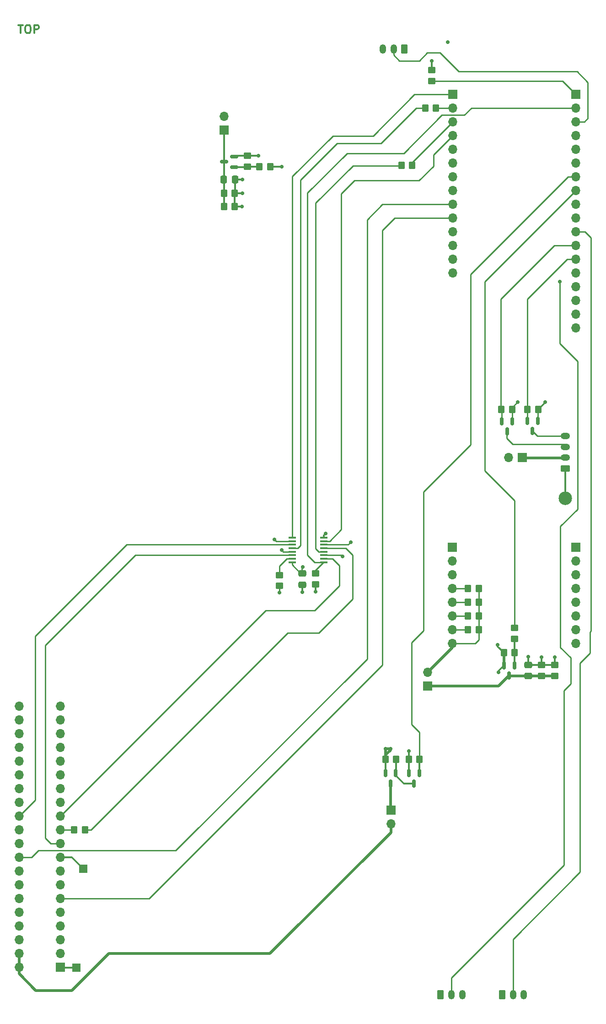
<source format=gbr>
%TF.GenerationSoftware,KiCad,Pcbnew,7.0.1*%
%TF.CreationDate,2023-12-13T20:39:24+01:00*%
%TF.ProjectId,big_pcb,6269675f-7063-4622-9e6b-696361645f70,rev?*%
%TF.SameCoordinates,Original*%
%TF.FileFunction,Copper,L1,Top*%
%TF.FilePolarity,Positive*%
%FSLAX46Y46*%
G04 Gerber Fmt 4.6, Leading zero omitted, Abs format (unit mm)*
G04 Created by KiCad (PCBNEW 7.0.1) date 2023-12-13 20:39:24*
%MOMM*%
%LPD*%
G01*
G04 APERTURE LIST*
G04 Aperture macros list*
%AMRoundRect*
0 Rectangle with rounded corners*
0 $1 Rounding radius*
0 $2 $3 $4 $5 $6 $7 $8 $9 X,Y pos of 4 corners*
0 Add a 4 corners polygon primitive as box body*
4,1,4,$2,$3,$4,$5,$6,$7,$8,$9,$2,$3,0*
0 Add four circle primitives for the rounded corners*
1,1,$1+$1,$2,$3*
1,1,$1+$1,$4,$5*
1,1,$1+$1,$6,$7*
1,1,$1+$1,$8,$9*
0 Add four rect primitives between the rounded corners*
20,1,$1+$1,$2,$3,$4,$5,0*
20,1,$1+$1,$4,$5,$6,$7,0*
20,1,$1+$1,$6,$7,$8,$9,0*
20,1,$1+$1,$8,$9,$2,$3,0*%
G04 Aperture macros list end*
%ADD10C,0.300000*%
%TA.AperFunction,NonConductor*%
%ADD11C,0.300000*%
%TD*%
%TA.AperFunction,SMDPad,CuDef*%
%ADD12RoundRect,0.250000X-0.337500X-0.475000X0.337500X-0.475000X0.337500X0.475000X-0.337500X0.475000X0*%
%TD*%
%TA.AperFunction,SMDPad,CuDef*%
%ADD13RoundRect,0.250000X-0.350000X-0.450000X0.350000X-0.450000X0.350000X0.450000X-0.350000X0.450000X0*%
%TD*%
%TA.AperFunction,SMDPad,CuDef*%
%ADD14RoundRect,0.150000X-0.150000X0.587500X-0.150000X-0.587500X0.150000X-0.587500X0.150000X0.587500X0*%
%TD*%
%TA.AperFunction,SMDPad,CuDef*%
%ADD15RoundRect,0.250000X-0.450000X0.350000X-0.450000X-0.350000X0.450000X-0.350000X0.450000X0.350000X0*%
%TD*%
%TA.AperFunction,SMDPad,CuDef*%
%ADD16RoundRect,0.250000X0.450000X-0.350000X0.450000X0.350000X-0.450000X0.350000X-0.450000X-0.350000X0*%
%TD*%
%TA.AperFunction,ComponentPad*%
%ADD17R,1.700000X1.700000*%
%TD*%
%TA.AperFunction,ComponentPad*%
%ADD18O,1.700000X1.700000*%
%TD*%
%TA.AperFunction,ComponentPad*%
%ADD19RoundRect,0.250000X0.350000X0.625000X-0.350000X0.625000X-0.350000X-0.625000X0.350000X-0.625000X0*%
%TD*%
%TA.AperFunction,ComponentPad*%
%ADD20O,1.200000X1.750000*%
%TD*%
%TA.AperFunction,SMDPad,CuDef*%
%ADD21RoundRect,0.250000X0.475000X-0.337500X0.475000X0.337500X-0.475000X0.337500X-0.475000X-0.337500X0*%
%TD*%
%TA.AperFunction,SMDPad,CuDef*%
%ADD22RoundRect,0.150000X0.587500X0.150000X-0.587500X0.150000X-0.587500X-0.150000X0.587500X-0.150000X0*%
%TD*%
%TA.AperFunction,SMDPad,CuDef*%
%ADD23RoundRect,0.250000X0.350000X0.450000X-0.350000X0.450000X-0.350000X-0.450000X0.350000X-0.450000X0*%
%TD*%
%TA.AperFunction,SMDPad,CuDef*%
%ADD24R,1.500000X1.500000*%
%TD*%
%TA.AperFunction,SMDPad,CuDef*%
%ADD25R,1.475000X0.450000*%
%TD*%
%TA.AperFunction,ComponentPad*%
%ADD26RoundRect,0.250000X0.625000X-0.350000X0.625000X0.350000X-0.625000X0.350000X-0.625000X-0.350000X0*%
%TD*%
%TA.AperFunction,ComponentPad*%
%ADD27O,1.750000X1.200000*%
%TD*%
%TA.AperFunction,ComponentPad*%
%ADD28RoundRect,0.250000X-0.350000X-0.625000X0.350000X-0.625000X0.350000X0.625000X-0.350000X0.625000X0*%
%TD*%
%TA.AperFunction,SMDPad,CuDef*%
%ADD29RoundRect,0.250000X-0.475000X0.337500X-0.475000X-0.337500X0.475000X-0.337500X0.475000X0.337500X0*%
%TD*%
%TA.AperFunction,ComponentPad*%
%ADD30C,2.500000*%
%TD*%
%TA.AperFunction,ViaPad*%
%ADD31C,0.700000*%
%TD*%
%TA.AperFunction,Conductor*%
%ADD32C,0.250000*%
%TD*%
%TA.AperFunction,Conductor*%
%ADD33C,0.300000*%
%TD*%
%TA.AperFunction,Conductor*%
%ADD34C,0.500000*%
%TD*%
G04 APERTURE END LIST*
D10*
D11*
X148392857Y-51696428D02*
X149250000Y-51696428D01*
X148821428Y-53196428D02*
X148821428Y-51696428D01*
X150035714Y-51696428D02*
X150321428Y-51696428D01*
X150321428Y-51696428D02*
X150464285Y-51767857D01*
X150464285Y-51767857D02*
X150607142Y-51910714D01*
X150607142Y-51910714D02*
X150678571Y-52196428D01*
X150678571Y-52196428D02*
X150678571Y-52696428D01*
X150678571Y-52696428D02*
X150607142Y-52982142D01*
X150607142Y-52982142D02*
X150464285Y-53125000D01*
X150464285Y-53125000D02*
X150321428Y-53196428D01*
X150321428Y-53196428D02*
X150035714Y-53196428D01*
X150035714Y-53196428D02*
X149892857Y-53125000D01*
X149892857Y-53125000D02*
X149749999Y-52982142D01*
X149749999Y-52982142D02*
X149678571Y-52696428D01*
X149678571Y-52696428D02*
X149678571Y-52196428D01*
X149678571Y-52196428D02*
X149749999Y-51910714D01*
X149749999Y-51910714D02*
X149892857Y-51767857D01*
X149892857Y-51767857D02*
X150035714Y-51696428D01*
X151321428Y-53196428D02*
X151321428Y-51696428D01*
X151321428Y-51696428D02*
X151892857Y-51696428D01*
X151892857Y-51696428D02*
X152035714Y-51767857D01*
X152035714Y-51767857D02*
X152107143Y-51839285D01*
X152107143Y-51839285D02*
X152178571Y-51982142D01*
X152178571Y-51982142D02*
X152178571Y-52196428D01*
X152178571Y-52196428D02*
X152107143Y-52339285D01*
X152107143Y-52339285D02*
X152035714Y-52410714D01*
X152035714Y-52410714D02*
X151892857Y-52482142D01*
X151892857Y-52482142D02*
X151321428Y-52482142D01*
D12*
%TO.P,C2,1*%
%TO.N,Net-(JP3-A)*%
X186412500Y-80290000D03*
%TO.P,C2,2*%
%TO.N,GND*%
X188487500Y-80290000D03*
%TD*%
D13*
%TO.P,R16,1*%
%TO.N,Net-(JP3-A)*%
X186450000Y-85220000D03*
%TO.P,R16,2*%
%TO.N,GND*%
X188450000Y-85220000D03*
%TD*%
D14*
%TO.P,Q2,1,G*%
%TO.N,Net-(Q2-G)*%
X218270000Y-190020000D03*
%TO.P,Q2,2,S*%
%TO.N,+5V*%
X216370000Y-190020000D03*
%TO.P,Q2,3,D*%
%TO.N,Net-(JP1-A)*%
X217320000Y-191895000D03*
%TD*%
D13*
%TO.P,R11,1*%
%TO.N,/SD_D8_CS*%
X231640000Y-163520000D03*
%TO.P,R11,2*%
%TO.N,+3.3VA*%
X233640000Y-163520000D03*
%TD*%
D15*
%TO.P,R14,1*%
%TO.N,+3.3V*%
X190762500Y-75890000D03*
%TO.P,R14,2*%
%TO.N,Net-(Q4-G)*%
X190762500Y-77890000D03*
%TD*%
D16*
%TO.P,R12,1*%
%TO.N,GND*%
X203440000Y-155110000D03*
%TO.P,R12,2*%
%TO.N,/SW_DISP_SD*%
X203440000Y-153110000D03*
%TD*%
D17*
%TO.P,JP2,1,A*%
%TO.N,Net-(JP2-A)*%
X224120000Y-173900000D03*
D18*
%TO.P,JP2,2,B*%
%TO.N,+3.3VA*%
X224120000Y-171360000D03*
%TD*%
D19*
%TO.P,J10,1,Pin_1*%
%TO.N,Net-(J10-Pin_1)*%
X219860000Y-56130000D03*
D20*
%TO.P,J10,2,Pin_2*%
%TO.N,/HALL_TOP*%
X217860000Y-56130000D03*
%TO.P,J10,3,Pin_3*%
%TO.N,GND*%
X215860000Y-56130000D03*
%TD*%
D21*
%TO.P,C1,1*%
%TO.N,Net-(JP2-A)*%
X242770000Y-172047500D03*
%TO.P,C1,2*%
%TO.N,GND*%
X242770000Y-169972500D03*
%TD*%
D22*
%TO.P,Q4,1,G*%
%TO.N,Net-(Q4-G)*%
X188387500Y-77940000D03*
%TO.P,Q4,2,S*%
%TO.N,+3.3V*%
X188387500Y-76040000D03*
%TO.P,Q4,3,D*%
%TO.N,Net-(JP3-A)*%
X186512500Y-76990000D03*
%TD*%
D13*
%TO.P,R2,1*%
%TO.N,+5V*%
X216340000Y-187450000D03*
%TO.P,R2,2*%
%TO.N,Net-(Q2-G)*%
X218340000Y-187450000D03*
%TD*%
D23*
%TO.P,R18,1*%
%TO.N,Net-(J1-Pin_2)*%
X225720000Y-67040000D03*
%TO.P,R18,2*%
%TO.N,/SPI_MOSI*%
X223720000Y-67040000D03*
%TD*%
D24*
%TO.P,TP2,1,1*%
%TO.N,Net-(J3-Pin_17)*%
X160370000Y-207670000D03*
%TD*%
D23*
%TO.P,R1,1*%
%TO.N,/EN_PWR_DISP*%
X222680000Y-187460000D03*
%TO.P,R1,2*%
%TO.N,GND*%
X220680000Y-187460000D03*
%TD*%
D25*
%TO.P,U1,1,IN*%
%TO.N,/SW_DISP_SD*%
X204976000Y-151010000D03*
%TO.P,U1,2,NC1*%
%TO.N,/DISP_SCK*%
X204976000Y-150360000D03*
%TO.P,U1,3,NO1*%
%TO.N,/SD_D5_SCK*%
X204976000Y-149710000D03*
%TO.P,U1,4,COM1*%
%TO.N,/SPI_SCK*%
X204976000Y-149060000D03*
%TO.P,U1,5,NC2*%
%TO.N,/DISP_MISO*%
X204976000Y-148410000D03*
%TO.P,U1,6,NO2*%
%TO.N,/SD_D6_MISO*%
X204976000Y-147760000D03*
%TO.P,U1,7,COM2*%
%TO.N,/SPI_MISO*%
X204976000Y-147110000D03*
%TO.P,U1,8,GND*%
%TO.N,GND*%
X204976000Y-146460000D03*
%TO.P,U1,9,COM3*%
%TO.N,/SPI_CS*%
X199100000Y-146460000D03*
%TO.P,U1,10,NO3*%
%TO.N,/SD_D8_CS*%
X199100000Y-147110000D03*
%TO.P,U1,11,NC3*%
%TO.N,/DISP_CS*%
X199100000Y-147760000D03*
%TO.P,U1,12,COM4*%
%TO.N,/SPI_MOSI*%
X199100000Y-148410000D03*
%TO.P,U1,13,NO4*%
%TO.N,/SD_D7_MOSI*%
X199100000Y-149060000D03*
%TO.P,U1,14,NC4*%
%TO.N,/DISP_MOSI*%
X199100000Y-149710000D03*
%TO.P,U1,15,~{EN}*%
%TO.N,Net-(U1-~{EN})*%
X199100000Y-150360000D03*
%TO.P,U1,16,V+*%
%TO.N,+3.3V*%
X199100000Y-151010000D03*
%TD*%
D17*
%TO.P,JP3,1,A*%
%TO.N,Net-(JP3-A)*%
X186477500Y-71140000D03*
D18*
%TO.P,JP3,2,B*%
%TO.N,+3.3VP*%
X186477500Y-68600000D03*
%TD*%
D17*
%TO.P,J4,1,Pin_1*%
%TO.N,unconnected-(J4-Pin_1-Pad1)*%
X228710000Y-148250000D03*
D18*
%TO.P,J4,2,Pin_2*%
%TO.N,unconnected-(J4-Pin_2-Pad2)*%
X228710000Y-150790000D03*
%TO.P,J4,3,Pin_3*%
%TO.N,unconnected-(J4-Pin_3-Pad3)*%
X228710000Y-153330000D03*
%TO.P,J4,4,Pin_4*%
%TO.N,/SD_D5_SCK*%
X228710000Y-155870000D03*
%TO.P,J4,5,Pin_5*%
%TO.N,/SD_D6_MISO*%
X228710000Y-158410000D03*
%TO.P,J4,6,Pin_6*%
%TO.N,/SD_D7_MOSI*%
X228710000Y-160950000D03*
%TO.P,J4,7,Pin_7*%
%TO.N,/SD_D8_CS*%
X228710000Y-163490000D03*
%TO.P,J4,8,Pin_8*%
%TO.N,+3.3VA*%
X228710000Y-166030000D03*
%TD*%
D17*
%TO.P,J1,1,Pin_1*%
%TO.N,/SPI_CS*%
X228800000Y-64530000D03*
D18*
%TO.P,J1,2,Pin_2*%
%TO.N,Net-(J1-Pin_2)*%
X228800000Y-67070000D03*
%TO.P,J1,3,Pin_3*%
%TO.N,Net-(J1-Pin_3)*%
X228800000Y-69610000D03*
%TO.P,J1,4,Pin_4*%
%TO.N,/SPI_MISO*%
X228800000Y-72150000D03*
%TO.P,J1,5,Pin_5*%
%TO.N,/DVP_Y5*%
X228800000Y-74690000D03*
%TO.P,J1,6,Pin_6*%
%TO.N,/DVP_PCLK*%
X228800000Y-77230000D03*
%TO.P,J1,7,Pin_7*%
%TO.N,/VSYNC*%
X228800000Y-79770000D03*
%TO.P,J1,8,Pin_8*%
%TO.N,/DVP_Y7*%
X228800000Y-82310000D03*
%TO.P,J1,9,Pin_9*%
%TO.N,/DISP_HRDY*%
X228800000Y-84850000D03*
%TO.P,J1,10,Pin_10*%
%TO.N,/DISP_RST*%
X228800000Y-87390000D03*
%TO.P,J1,11,Pin_11*%
%TO.N,unconnected-(J1-Pin_11-Pad11)*%
X228800000Y-89930000D03*
%TO.P,J1,12,Pin_12*%
%TO.N,/D-*%
X228800000Y-92470000D03*
%TO.P,J1,13,Pin_13*%
%TO.N,/D+*%
X228800000Y-95010000D03*
%TO.P,J1,14,Pin_14*%
%TO.N,+5V*%
X228800000Y-97550000D03*
%TD*%
D26*
%TO.P,J6,1,Pin_1*%
%TO.N,GND*%
X249650000Y-133690000D03*
D27*
%TO.P,J6,2,Pin_2*%
%TO.N,Net-(J6-Pin_2)*%
X249650000Y-131690000D03*
%TO.P,J6,3,Pin_3*%
%TO.N,/SCL*%
X249650000Y-129690000D03*
%TO.P,J6,4,Pin_4*%
%TO.N,/SDA*%
X249650000Y-127690000D03*
%TD*%
D16*
%TO.P,R3,1*%
%TO.N,GND*%
X196770000Y-155380000D03*
%TO.P,R3,2*%
%TO.N,Net-(U1-~{EN})*%
X196770000Y-153380000D03*
%TD*%
D14*
%TO.P,Q6,1,G*%
%TO.N,+3.3V*%
X239810000Y-124935000D03*
%TO.P,Q6,2,S*%
%TO.N,/BATT_SCL*%
X237910000Y-124935000D03*
%TO.P,Q6,3,D*%
%TO.N,/SCL*%
X238860000Y-126810000D03*
%TD*%
D28*
%TO.P,J9,1,Pin_1*%
%TO.N,Net-(J9-Pin_1)*%
X237960000Y-231000000D03*
D20*
%TO.P,J9,2,Pin_2*%
%TO.N,/HALL_RIGHT*%
X239960000Y-231000000D03*
%TO.P,J9,3,Pin_3*%
%TO.N,GND*%
X241960000Y-231000000D03*
%TD*%
D13*
%TO.P,R6,1*%
%TO.N,+3.3V*%
X238280000Y-167730000D03*
%TO.P,R6,2*%
%TO.N,Net-(Q1-G)*%
X240280000Y-167730000D03*
%TD*%
D23*
%TO.P,R13,1*%
%TO.N,/EN_PWR_HALL*%
X195002500Y-77870000D03*
%TO.P,R13,2*%
%TO.N,Net-(Q4-G)*%
X193002500Y-77870000D03*
%TD*%
D16*
%TO.P,R17,1*%
%TO.N,/LED*%
X224900000Y-62040000D03*
%TO.P,R17,2*%
%TO.N,Net-(D1-A)*%
X224900000Y-60040000D03*
%TD*%
D13*
%TO.P,R9,1*%
%TO.N,/SD_D7_MOSI*%
X231640000Y-160960000D03*
%TO.P,R9,2*%
%TO.N,+3.3VA*%
X233640000Y-160960000D03*
%TD*%
D29*
%TO.P,C3,1*%
%TO.N,+3.3V*%
X200960000Y-153102500D03*
%TO.P,C3,2*%
%TO.N,GND*%
X200960000Y-155177500D03*
%TD*%
D14*
%TO.P,Q3,1,G*%
%TO.N,/EN_PWR_DISP*%
X222600000Y-190025000D03*
%TO.P,Q3,2,S*%
%TO.N,GND*%
X220700000Y-190025000D03*
%TO.P,Q3,3,D*%
%TO.N,Net-(Q2-G)*%
X221650000Y-191900000D03*
%TD*%
%TO.P,Q1,1,G*%
%TO.N,Net-(Q1-G)*%
X240210000Y-170060000D03*
%TO.P,Q1,2,S*%
%TO.N,+3.3V*%
X238310000Y-170060000D03*
%TO.P,Q1,3,D*%
%TO.N,Net-(JP2-A)*%
X239260000Y-171935000D03*
%TD*%
D13*
%TO.P,R8,1*%
%TO.N,/SD_D6_MISO*%
X231640000Y-158400000D03*
%TO.P,R8,2*%
%TO.N,+3.3VA*%
X233640000Y-158400000D03*
%TD*%
D24*
%TO.P,TP1,1,1*%
%TO.N,Net-(J3-Pin_1)*%
X159180000Y-225930000D03*
%TD*%
D17*
%TO.P,JP8,1,A*%
%TO.N,Net-(J6-Pin_2)*%
X241660000Y-131660000D03*
D18*
%TO.P,JP8,2,B*%
%TO.N,+5V*%
X239120000Y-131660000D03*
%TD*%
D23*
%TO.P,R20,1*%
%TO.N,Net-(J1-Pin_3)*%
X221300000Y-77610000D03*
%TO.P,R20,2*%
%TO.N,/SPI_SCK*%
X219300000Y-77610000D03*
%TD*%
D13*
%TO.P,R7,1*%
%TO.N,/SD_D5_SCK*%
X231640000Y-155900000D03*
%TO.P,R7,2*%
%TO.N,+3.3VA*%
X233640000Y-155900000D03*
%TD*%
D17*
%TO.P,J2,1,Pin_1*%
%TO.N,/LED*%
X251580000Y-64520000D03*
D18*
%TO.P,J2,2,Pin_2*%
%TO.N,/SW_DISP_SD*%
X251580000Y-67060000D03*
%TO.P,J2,3,Pin_3*%
%TO.N,/HALL_TOP*%
X251580000Y-69600000D03*
%TO.P,J2,4,Pin_4*%
%TO.N,/EN_PWR_HALL*%
X251580000Y-72140000D03*
%TO.P,J2,5,Pin_5*%
%TO.N,/DVP_Y6*%
X251580000Y-74680000D03*
%TO.P,J2,6,Pin_6*%
%TO.N,/HALL_LEFT*%
X251580000Y-77220000D03*
%TO.P,J2,7,Pin_7*%
%TO.N,/EN_PWR_DISP*%
X251580000Y-79760000D03*
%TO.P,J2,8,Pin_8*%
%TO.N,/EN_PWR_SD*%
X251580000Y-82300000D03*
%TO.P,J2,9,Pin_9*%
%TO.N,/CAM_SDA*%
X251580000Y-84840000D03*
%TO.P,J2,10,Pin_10*%
%TO.N,/CAM_SCL*%
X251580000Y-87380000D03*
%TO.P,J2,11,Pin_11*%
%TO.N,/HALL_RIGHT*%
X251580000Y-89920000D03*
%TO.P,J2,12,Pin_12*%
%TO.N,/BATT_SCL*%
X251580000Y-92460000D03*
%TO.P,J2,13,Pin_13*%
%TO.N,/BATT_SDA*%
X251580000Y-95000000D03*
%TO.P,J2,14,Pin_14*%
%TO.N,unconnected-(J2-Pin_14-Pad14)*%
X251580000Y-97540000D03*
%TO.P,J2,15,Pin_15*%
%TO.N,GND*%
X251580000Y-100080000D03*
%TO.P,J2,16,Pin_16*%
%TO.N,unconnected-(J2-Pin_16-Pad16)*%
X251580000Y-102620000D03*
%TO.P,J2,17,Pin_17*%
%TO.N,+3.3V*%
X251580000Y-105160000D03*
%TO.P,J2,18,Pin_18*%
%TO.N,/ESP_RST#*%
X251580000Y-107700000D03*
%TD*%
D14*
%TO.P,Q5,1,G*%
%TO.N,+3.3V*%
X244540000Y-124890000D03*
%TO.P,Q5,2,S*%
%TO.N,/BATT_SDA*%
X242640000Y-124890000D03*
%TO.P,Q5,3,D*%
%TO.N,/SDA*%
X243590000Y-126765000D03*
%TD*%
D28*
%TO.P,J8,1,Pin_1*%
%TO.N,Net-(J8-Pin_1)*%
X226560000Y-231000000D03*
D20*
%TO.P,J8,2,Pin_2*%
%TO.N,/HALL_LEFT*%
X228560000Y-231000000D03*
%TO.P,J8,3,Pin_3*%
%TO.N,GND*%
X230560000Y-231000000D03*
%TD*%
D16*
%TO.P,R10,1*%
%TO.N,Net-(JP2-A)*%
X247700000Y-172010000D03*
%TO.P,R10,2*%
%TO.N,GND*%
X247700000Y-170010000D03*
%TD*%
D15*
%TO.P,R4,1*%
%TO.N,/EN_PWR_SD*%
X240280000Y-163160000D03*
%TO.P,R4,2*%
%TO.N,Net-(Q1-G)*%
X240280000Y-165160000D03*
%TD*%
D13*
%TO.P,R15,1*%
%TO.N,Net-(JP3-A)*%
X186450000Y-82770000D03*
%TO.P,R15,2*%
%TO.N,GND*%
X188450000Y-82770000D03*
%TD*%
D17*
%TO.P,JP1,1,A*%
%TO.N,Net-(JP1-A)*%
X217350000Y-196840000D03*
D18*
%TO.P,JP1,2,B*%
%TO.N,+5VD*%
X217350000Y-199380000D03*
%TD*%
D13*
%TO.P,R37,1*%
%TO.N,/BATT_SDA*%
X242630000Y-122750000D03*
%TO.P,R37,2*%
%TO.N,+3.3V*%
X244630000Y-122750000D03*
%TD*%
D30*
%TO.P,TP4,1,1*%
%TO.N,GND*%
X249680000Y-139220000D03*
%TD*%
D16*
%TO.P,R5,1*%
%TO.N,Net-(JP2-A)*%
X245250000Y-172010000D03*
%TO.P,R5,2*%
%TO.N,GND*%
X245250000Y-170010000D03*
%TD*%
D13*
%TO.P,R38,1*%
%TO.N,/BATT_SCL*%
X237820000Y-122720000D03*
%TO.P,R38,2*%
%TO.N,+3.3V*%
X239820000Y-122720000D03*
%TD*%
D17*
%TO.P,J5,1,Pin_1*%
%TO.N,unconnected-(J5-Pin_1-Pad1)*%
X251570000Y-148250000D03*
D18*
%TO.P,J5,2,Pin_2*%
%TO.N,unconnected-(J5-Pin_2-Pad2)*%
X251570000Y-150790000D03*
%TO.P,J5,3,Pin_3*%
%TO.N,unconnected-(J5-Pin_3-Pad3)*%
X251570000Y-153330000D03*
%TO.P,J5,4,Pin_4*%
%TO.N,unconnected-(J5-Pin_4-Pad4)*%
X251570000Y-155870000D03*
%TO.P,J5,5,Pin_5*%
%TO.N,unconnected-(J5-Pin_5-Pad5)*%
X251570000Y-158410000D03*
%TO.P,J5,6,Pin_6*%
%TO.N,unconnected-(J5-Pin_6-Pad6)*%
X251570000Y-160950000D03*
%TO.P,J5,7,Pin_7*%
%TO.N,GND*%
X251570000Y-163490000D03*
%TO.P,J5,8,Pin_8*%
%TO.N,unconnected-(J5-Pin_8-Pad8)*%
X251570000Y-166030000D03*
%TD*%
D23*
%TO.P,R19,1*%
%TO.N,/DISP_MISO*%
X160750000Y-200500000D03*
%TO.P,R19,2*%
%TO.N,Net-(J3-Pin_21)*%
X158750000Y-200500000D03*
%TD*%
D17*
%TO.P,J3,1,Pin_1*%
%TO.N,Net-(J3-Pin_1)*%
X156140000Y-225890000D03*
D18*
%TO.P,J3,2,Pin_2*%
%TO.N,+5VD*%
X148520000Y-225890000D03*
%TO.P,J3,3,Pin_3*%
%TO.N,/DISP_SDA*%
X156140000Y-223350000D03*
%TO.P,J3,4,Pin_4*%
%TO.N,+5VD*%
X148520000Y-223350000D03*
%TO.P,J3,5,Pin_5*%
%TO.N,/DISP_SCL*%
X156140000Y-220810000D03*
%TO.P,J3,6,Pin_6*%
%TO.N,GND*%
X148520000Y-220810000D03*
%TO.P,J3,7,Pin_7*%
%TO.N,/P4_free*%
X156140000Y-218270000D03*
%TO.P,J3,8,Pin_8*%
%TO.N,/P_TX_free*%
X148520000Y-218270000D03*
%TO.P,J3,9,Pin_9*%
%TO.N,GND*%
X156140000Y-215730000D03*
%TO.P,J3,10,Pin_10*%
%TO.N,/P_RX_free*%
X148520000Y-215730000D03*
%TO.P,J3,11,Pin_11*%
%TO.N,/DISP_RST*%
X156140000Y-213190000D03*
%TO.P,J3,12,Pin_12*%
%TO.N,/P18_free*%
X148520000Y-213190000D03*
%TO.P,J3,13,Pin_13*%
%TO.N,/P27_free*%
X156140000Y-210650000D03*
%TO.P,J3,14,Pin_14*%
%TO.N,GND*%
X148520000Y-210650000D03*
%TO.P,J3,15,Pin_15*%
%TO.N,/P22_free*%
X156140000Y-208110000D03*
%TO.P,J3,16,Pin_16*%
%TO.N,/P23_free*%
X148520000Y-208110000D03*
%TO.P,J3,17,Pin_17*%
%TO.N,Net-(J3-Pin_17)*%
X156140000Y-205570000D03*
%TO.P,J3,18,Pin_18*%
%TO.N,/DISP_HRDY*%
X148520000Y-205570000D03*
%TO.P,J3,19,Pin_19*%
%TO.N,/DISP_MOSI*%
X156140000Y-203030000D03*
%TO.P,J3,20,Pin_20*%
%TO.N,GND*%
X148520000Y-203030000D03*
%TO.P,J3,21,Pin_21*%
%TO.N,Net-(J3-Pin_21)*%
X156140000Y-200490000D03*
%TO.P,J3,22,Pin_22*%
%TO.N,/P25_free*%
X148520000Y-200490000D03*
%TO.P,J3,23,Pin_23*%
%TO.N,/DISP_SCK*%
X156140000Y-197950000D03*
%TO.P,J3,24,Pin_24*%
%TO.N,/DISP_CS*%
X148520000Y-197950000D03*
%TO.P,J3,25,Pin_25*%
%TO.N,GND*%
X156140000Y-195410000D03*
%TO.P,J3,26,Pin_26*%
%TO.N,/P_CS1_free*%
X148520000Y-195410000D03*
%TO.P,J3,27,Pin_27*%
%TO.N,/ID_SD*%
X156140000Y-192870000D03*
%TO.P,J3,28,Pin_28*%
%TO.N,/ID_SC_free*%
X148520000Y-192870000D03*
%TO.P,J3,29,Pin_29*%
%TO.N,/P5_free*%
X156140000Y-190330000D03*
%TO.P,J3,30,Pin_30*%
%TO.N,GND*%
X148520000Y-190330000D03*
%TO.P,J3,31,Pin_31*%
%TO.N,/P6_free*%
X156140000Y-187790000D03*
%TO.P,J3,32,Pin_32*%
%TO.N,/P12_free*%
X148520000Y-187790000D03*
%TO.P,J3,33,Pin_33*%
%TO.N,/P13_free*%
X156140000Y-185250000D03*
%TO.P,J3,34,Pin_34*%
%TO.N,GND*%
X148520000Y-185250000D03*
%TO.P,J3,35,Pin_35*%
%TO.N,/P19_free*%
X156140000Y-182710000D03*
%TO.P,J3,36,Pin_36*%
%TO.N,/P16_free*%
X148520000Y-182710000D03*
%TO.P,J3,37,Pin_37*%
%TO.N,/P26_free*%
X156140000Y-180170000D03*
%TO.P,J3,38,Pin_38*%
%TO.N,/P20_free*%
X148520000Y-180170000D03*
%TO.P,J3,39,Pin_39*%
%TO.N,GND*%
X156140000Y-177630000D03*
%TO.P,J3,40,Pin_40*%
%TO.N,/P21_free*%
X148520000Y-177630000D03*
%TD*%
D31*
%TO.N,+5V*%
X216370000Y-185530000D03*
X217270000Y-185480000D03*
%TO.N,GND*%
X205320000Y-145720000D03*
X245260000Y-168550000D03*
X220690000Y-185900000D03*
X227850000Y-54840000D03*
X196750000Y-156610000D03*
X189842500Y-82800000D03*
X189772500Y-85230000D03*
X247720000Y-168570000D03*
X200960000Y-156580000D03*
X242770000Y-168520000D03*
X189892500Y-80290000D03*
X203440000Y-156480000D03*
%TO.N,+3.3V*%
X201090000Y-151870000D03*
X240830000Y-121370000D03*
X192832500Y-75870000D03*
X237140000Y-166300000D03*
X245960000Y-121370000D03*
X237260000Y-171390000D03*
%TO.N,Net-(D1-A)*%
X224910000Y-58370000D03*
%TO.N,/SD_D5_SCK*%
X208380000Y-149980000D03*
%TO.N,/SD_D6_MISO*%
X209910000Y-147310000D03*
%TO.N,/SD_D7_MOSI*%
X197150000Y-148770000D03*
%TO.N,/SD_D8_CS*%
X195840000Y-146820000D03*
%TO.N,/EN_PWR_HALL*%
X197132500Y-77920000D03*
%TO.N,/HALL_LEFT*%
X248640000Y-99180000D03*
%TD*%
D32*
%TO.N,Net-(J1-Pin_2)*%
X228800000Y-67070000D02*
X225750000Y-67070000D01*
X225750000Y-67070000D02*
X225720000Y-67040000D01*
D33*
%TO.N,+5V*%
X216340000Y-189990000D02*
X216370000Y-190020000D01*
D34*
X216370000Y-186640000D02*
X216370000Y-187420000D01*
X217270000Y-185480000D02*
X217270000Y-185740000D01*
X217270000Y-185740000D02*
X216370000Y-186640000D01*
X216370000Y-185530000D02*
X216370000Y-186640000D01*
X217270000Y-185480000D02*
X216420000Y-185480000D01*
D33*
X216340000Y-187450000D02*
X216340000Y-189990000D01*
D34*
X216420000Y-185480000D02*
X216370000Y-185530000D01*
D32*
%TO.N,/SDA*%
X244515000Y-127690000D02*
X249650000Y-127690000D01*
X243590000Y-126765000D02*
X244515000Y-127690000D01*
%TO.N,/SCL*%
X249150000Y-129190000D02*
X239940000Y-129190000D01*
X249650000Y-129690000D02*
X249150000Y-129190000D01*
X239940000Y-129190000D02*
X238850000Y-128100000D01*
X238850000Y-128100000D02*
X238850000Y-126820000D01*
X238850000Y-126820000D02*
X238860000Y-126810000D01*
D33*
%TO.N,GND*%
X188450000Y-82770000D02*
X189812500Y-82770000D01*
X203440000Y-155110000D02*
X203440000Y-156480000D01*
X245212500Y-169972500D02*
X245250000Y-170010000D01*
X242770000Y-169972500D02*
X242770000Y-168520000D01*
D32*
X196770000Y-156590000D02*
X196750000Y-156610000D01*
D33*
X188487500Y-80290000D02*
X188487500Y-82732500D01*
X189762500Y-85220000D02*
X189772500Y-85230000D01*
X247700000Y-170010000D02*
X245250000Y-170010000D01*
X188487500Y-82732500D02*
X188450000Y-82770000D01*
X204976000Y-146064000D02*
X205320000Y-145720000D01*
X220680000Y-185910000D02*
X220690000Y-185900000D01*
X188450000Y-82770000D02*
X188450000Y-85220000D01*
X249650000Y-133700000D02*
X249680000Y-133730000D01*
X200960000Y-155177500D02*
X200960000Y-156580000D01*
X189812500Y-82770000D02*
X189842500Y-82800000D01*
X220700000Y-187480000D02*
X220680000Y-187460000D01*
X188450000Y-85220000D02*
X189762500Y-85220000D01*
X245250000Y-168560000D02*
X245260000Y-168550000D01*
X188487500Y-80290000D02*
X189892500Y-80290000D01*
X245250000Y-170010000D02*
X245250000Y-168560000D01*
D32*
X196770000Y-155380000D02*
X196770000Y-156590000D01*
D33*
X242770000Y-169972500D02*
X245212500Y-169972500D01*
X249680000Y-133730000D02*
X249680000Y-139220000D01*
X220700000Y-190025000D02*
X220700000Y-187480000D01*
X220680000Y-187460000D02*
X220680000Y-185910000D01*
X247700000Y-170010000D02*
X247700000Y-168590000D01*
X204976000Y-146460000D02*
X204976000Y-146064000D01*
X247700000Y-168590000D02*
X247720000Y-168570000D01*
D32*
%TO.N,+3.3V*%
X239810000Y-124935000D02*
X239810000Y-122730000D01*
X200912500Y-153290000D02*
X200912500Y-152047500D01*
X244540000Y-124890000D02*
X244540000Y-122840000D01*
D33*
X237260000Y-171110000D02*
X238310000Y-170060000D01*
D34*
X238280000Y-170030000D02*
X238310000Y-170060000D01*
D32*
X199100000Y-151477500D02*
X200912500Y-153290000D01*
X244540000Y-122840000D02*
X244630000Y-122750000D01*
D33*
X237140000Y-166300000D02*
X237140000Y-166590000D01*
X237260000Y-171390000D02*
X237260000Y-171110000D01*
X190762500Y-75890000D02*
X188537500Y-75890000D01*
D32*
X244630000Y-122750000D02*
X244630000Y-122700000D01*
X239820000Y-122380000D02*
X240830000Y-121370000D01*
D33*
X188537500Y-75890000D02*
X188387500Y-76040000D01*
X192812500Y-75890000D02*
X192832500Y-75870000D01*
X190762500Y-75890000D02*
X192812500Y-75890000D01*
D32*
X200912500Y-152047500D02*
X201090000Y-151870000D01*
D34*
X238280000Y-167730000D02*
X238280000Y-170030000D01*
D32*
X239820000Y-122720000D02*
X239820000Y-122380000D01*
X239810000Y-122730000D02*
X239820000Y-122720000D01*
X199100000Y-151010000D02*
X199100000Y-151477500D01*
D33*
X237140000Y-166590000D02*
X238280000Y-167730000D01*
D32*
X244630000Y-122700000D02*
X245960000Y-121370000D01*
%TO.N,/SPI_CS*%
X206620000Y-72180000D02*
X214080000Y-72180000D01*
X214080000Y-72180000D02*
X221730000Y-64530000D01*
X221730000Y-64530000D02*
X228800000Y-64530000D01*
X199100000Y-146460000D02*
X199100000Y-79700000D01*
X199100000Y-79700000D02*
X206620000Y-72180000D01*
D33*
%TO.N,Net-(J3-Pin_1)*%
X156180000Y-225930000D02*
X156140000Y-225890000D01*
X159180000Y-225930000D02*
X156180000Y-225930000D01*
D34*
%TO.N,+5VD*%
X148520000Y-227092081D02*
X151617919Y-230190000D01*
X148520000Y-227092081D02*
X148520000Y-223350000D01*
X158280000Y-230190000D02*
X165120000Y-223350000D01*
X217350000Y-200985000D02*
X217350000Y-199380000D01*
X151617919Y-230190000D02*
X158280000Y-230190000D01*
X194985000Y-223350000D02*
X217350000Y-200985000D01*
X148520000Y-227092081D02*
X148520000Y-225890000D01*
X165120000Y-223350000D02*
X194985000Y-223350000D01*
D32*
%TO.N,+3.3VA*%
X232930000Y-166030000D02*
X228710000Y-166030000D01*
X233640000Y-160960000D02*
X233640000Y-163520000D01*
D34*
X228710000Y-166770000D02*
X228710000Y-166030000D01*
X224120000Y-171360000D02*
X228710000Y-166770000D01*
D32*
X233640000Y-155900000D02*
X233640000Y-158400000D01*
X233640000Y-158400000D02*
X233640000Y-160960000D01*
X233630000Y-163530000D02*
X233630000Y-165330000D01*
X233630000Y-165330000D02*
X232930000Y-166030000D01*
X233640000Y-163520000D02*
X233630000Y-163530000D01*
D33*
%TO.N,Net-(JP3-A)*%
X186512500Y-76990000D02*
X186512500Y-80190000D01*
X186450000Y-80327500D02*
X186412500Y-80290000D01*
X186450000Y-85220000D02*
X186450000Y-80327500D01*
X186477500Y-76955000D02*
X186477500Y-71140000D01*
X186512500Y-76990000D02*
X186477500Y-76955000D01*
X186512500Y-80190000D02*
X186412500Y-80290000D01*
D34*
%TO.N,Net-(JP1-A)*%
X217320000Y-191895000D02*
X217310000Y-191905000D01*
X217310000Y-196800000D02*
X217350000Y-196840000D01*
X217310000Y-191905000D02*
X217310000Y-196800000D01*
%TO.N,Net-(JP2-A)*%
X224120000Y-173900000D02*
X237295000Y-173900000D01*
X247700000Y-172010000D02*
X239335000Y-172010000D01*
X237295000Y-173900000D02*
X239260000Y-171935000D01*
X239335000Y-172010000D02*
X239260000Y-171935000D01*
D33*
%TO.N,Net-(Q1-G)*%
X240280000Y-167730000D02*
X240280000Y-165160000D01*
X240210000Y-167800000D02*
X240280000Y-167730000D01*
X240210000Y-170060000D02*
X240210000Y-167800000D01*
%TO.N,Net-(Q2-G)*%
X218270000Y-190020000D02*
X218270000Y-190380000D01*
X218340000Y-189950000D02*
X218270000Y-190020000D01*
X218270000Y-190380000D02*
X219790000Y-191900000D01*
X218340000Y-187450000D02*
X218340000Y-189950000D01*
X219790000Y-191900000D02*
X221650000Y-191900000D01*
D32*
%TO.N,/DISP_HRDY*%
X150880000Y-205570000D02*
X152150000Y-204300000D01*
X212970000Y-168870000D02*
X212970000Y-87690000D01*
X215810000Y-84850000D02*
X228800000Y-84850000D01*
X148520000Y-205570000D02*
X150880000Y-205570000D01*
X212970000Y-87690000D02*
X215810000Y-84850000D01*
X152150000Y-204300000D02*
X177540000Y-204300000D01*
X177540000Y-204300000D02*
X212970000Y-168870000D01*
D33*
%TO.N,Net-(Q4-G)*%
X190712500Y-77940000D02*
X190762500Y-77890000D01*
X188387500Y-77940000D02*
X190712500Y-77940000D01*
X190782500Y-77870000D02*
X190762500Y-77890000D01*
X193002500Y-77870000D02*
X190782500Y-77870000D01*
%TO.N,Net-(D1-A)*%
X224900000Y-60040000D02*
X224900000Y-58380000D01*
D32*
%TO.N,/DISP_RST*%
X215780000Y-89670000D02*
X218060000Y-87390000D01*
X156140000Y-213190000D02*
X172560000Y-213190000D01*
X215780000Y-169970000D02*
X215780000Y-89670000D01*
X172560000Y-213190000D02*
X215780000Y-169970000D01*
X218060000Y-87390000D02*
X228800000Y-87390000D01*
D34*
%TO.N,Net-(J6-Pin_2)*%
X249650000Y-131700000D02*
X241700000Y-131700000D01*
D32*
%TO.N,Net-(J3-Pin_21)*%
X156140000Y-200490000D02*
X158740000Y-200490000D01*
X158740000Y-200490000D02*
X158750000Y-200500000D01*
D33*
%TO.N,Net-(J3-Pin_17)*%
X156140000Y-205570000D02*
X158270000Y-205570000D01*
X158270000Y-205570000D02*
X160370000Y-207670000D01*
D32*
%TO.N,/DISP_MOSI*%
X170040000Y-149710000D02*
X199100000Y-149710000D01*
X156140000Y-203030000D02*
X154390000Y-203030000D01*
X153360000Y-202000000D02*
X153360000Y-166390000D01*
X153360000Y-166390000D02*
X170040000Y-149710000D01*
X154390000Y-203030000D02*
X153360000Y-202000000D01*
%TO.N,/DISP_SCK*%
X204976000Y-150360000D02*
X206570000Y-150360000D01*
X206570000Y-150360000D02*
X207840000Y-151630000D01*
X207840000Y-151630000D02*
X207840000Y-155320000D01*
X207840000Y-155320000D02*
X203250000Y-159910000D01*
X194180000Y-159910000D02*
X156140000Y-197950000D01*
X203250000Y-159910000D02*
X194180000Y-159910000D01*
%TO.N,/SD_D5_SCK*%
X231640000Y-155900000D02*
X231610000Y-155870000D01*
X208110000Y-149710000D02*
X208380000Y-149980000D01*
X231610000Y-155870000D02*
X228710000Y-155870000D01*
X204976000Y-149710000D02*
X208110000Y-149710000D01*
%TO.N,/SD_D6_MISO*%
X231640000Y-158400000D02*
X231630000Y-158410000D01*
X231630000Y-158410000D02*
X228710000Y-158410000D01*
X209910000Y-147310000D02*
X209460000Y-147760000D01*
X209460000Y-147760000D02*
X204976000Y-147760000D01*
%TO.N,/SD_D7_MOSI*%
X199100000Y-149060000D02*
X197440000Y-149060000D01*
X231630000Y-160950000D02*
X228710000Y-160950000D01*
X197440000Y-149060000D02*
X197150000Y-148770000D01*
X231640000Y-160960000D02*
X231630000Y-160950000D01*
%TO.N,/SD_D8_CS*%
X195840000Y-146820000D02*
X196130000Y-147110000D01*
X231610000Y-163490000D02*
X228710000Y-163490000D01*
X196130000Y-147110000D02*
X199100000Y-147110000D01*
X231640000Y-163520000D02*
X231610000Y-163490000D01*
%TO.N,/SPI_SCK*%
X203460000Y-148531500D02*
X203460000Y-84600000D01*
X203460000Y-84600000D02*
X210340000Y-77720000D01*
X204976000Y-149060000D02*
X203988500Y-149060000D01*
X203988500Y-149060000D02*
X203460000Y-148531500D01*
X210340000Y-77720000D02*
X219190000Y-77720000D01*
X219190000Y-77720000D02*
X219300000Y-77610000D01*
%TO.N,/DISP_MISO*%
X210260000Y-157800000D02*
X210260000Y-149660000D01*
X209010000Y-148410000D02*
X204976000Y-148410000D01*
X198290000Y-164070000D02*
X203990000Y-164070000D01*
X161860000Y-200500000D02*
X198290000Y-164070000D01*
X203990000Y-164070000D02*
X210260000Y-157800000D01*
X210260000Y-149660000D02*
X209010000Y-148410000D01*
X160750000Y-200500000D02*
X161860000Y-200500000D01*
%TO.N,/SPI_MOSI*%
X215510000Y-73600000D02*
X222070000Y-67040000D01*
X200087500Y-148410000D02*
X200590000Y-147907500D01*
X199100000Y-148410000D02*
X200087500Y-148410000D01*
X200590000Y-80370000D02*
X207360000Y-73600000D01*
X207360000Y-73600000D02*
X215510000Y-73600000D01*
X222070000Y-67040000D02*
X223720000Y-67040000D01*
X200590000Y-147907500D02*
X200590000Y-80370000D01*
%TO.N,/DISP_CS*%
X168410000Y-147760000D02*
X199100000Y-147760000D01*
X151510000Y-164660000D02*
X168410000Y-147760000D01*
X151510000Y-194960000D02*
X151510000Y-164660000D01*
X148520000Y-197950000D02*
X151510000Y-194960000D01*
%TO.N,/BATT_SCL*%
X247630000Y-92460000D02*
X237720000Y-102370000D01*
X251580000Y-92460000D02*
X247630000Y-92460000D01*
X237910000Y-122810000D02*
X237820000Y-122720000D01*
X237720000Y-102370000D02*
X237720000Y-122620000D01*
X237720000Y-122620000D02*
X237820000Y-122720000D01*
X237910000Y-124935000D02*
X237910000Y-122810000D01*
%TO.N,/BATT_SDA*%
X242640000Y-122760000D02*
X242630000Y-122750000D01*
X242640000Y-124890000D02*
X242640000Y-122760000D01*
X249970000Y-95000000D02*
X251580000Y-95000000D01*
X242630000Y-122750000D02*
X242630000Y-102340000D01*
X242630000Y-102340000D02*
X249970000Y-95000000D01*
%TO.N,/SPI_MISO*%
X208190000Y-144930000D02*
X208190000Y-82850000D01*
X225240000Y-77800000D02*
X225240000Y-75710000D01*
X210580000Y-80460000D02*
X222580000Y-80460000D01*
X225240000Y-75710000D02*
X228800000Y-72150000D01*
X208190000Y-82850000D02*
X210580000Y-80460000D01*
X206010000Y-147110000D02*
X208190000Y-144930000D01*
X222580000Y-80460000D02*
X225240000Y-77800000D01*
X204976000Y-147110000D02*
X206010000Y-147110000D01*
%TO.N,Net-(U1-~{EN})*%
X198120000Y-150360000D02*
X199100000Y-150360000D01*
X196770000Y-153380000D02*
X196770000Y-151710000D01*
X196770000Y-151710000D02*
X198120000Y-150360000D01*
D33*
%TO.N,/SW_DISP_SD*%
X203440000Y-152546000D02*
X204976000Y-151010000D01*
D32*
X204966000Y-151020000D02*
X204976000Y-151010000D01*
X232250000Y-67060000D02*
X230970000Y-68340000D01*
X209230000Y-75430000D02*
X201920000Y-82740000D01*
X226810000Y-68340000D02*
X219720000Y-75430000D01*
X201920000Y-82740000D02*
X201920000Y-149700000D01*
X201920000Y-149700000D02*
X203240000Y-151020000D01*
X219720000Y-75430000D02*
X209230000Y-75430000D01*
X251580000Y-67060000D02*
X232250000Y-67060000D01*
D33*
X203440000Y-153110000D02*
X203440000Y-152546000D01*
D32*
X230970000Y-68340000D02*
X226810000Y-68340000D01*
X203240000Y-151020000D02*
X204966000Y-151020000D01*
%TO.N,/LED*%
X249100000Y-62040000D02*
X251580000Y-64520000D01*
X224900000Y-62040000D02*
X249100000Y-62040000D01*
%TO.N,Net-(J1-Pin_3)*%
X221300000Y-77110000D02*
X221300000Y-77610000D01*
X228800000Y-69610000D02*
X221300000Y-77110000D01*
%TO.N,/HALL_TOP*%
X226440000Y-56840000D02*
X224090000Y-56840000D01*
X253820000Y-62310000D02*
X251810000Y-60300000D01*
X224090000Y-56840000D02*
X222600000Y-58330000D01*
X217860000Y-57260000D02*
X217860000Y-56130000D01*
X251810000Y-60300000D02*
X229900000Y-60300000D01*
X229900000Y-60300000D02*
X226440000Y-56840000D01*
X222600000Y-58330000D02*
X218930000Y-58330000D01*
X218930000Y-58330000D02*
X217860000Y-57260000D01*
X253820000Y-68950000D02*
X253820000Y-62310000D01*
X251580000Y-69600000D02*
X253170000Y-69600000D01*
X253170000Y-69600000D02*
X253820000Y-68950000D01*
D33*
%TO.N,/EN_PWR_HALL*%
X195002500Y-77870000D02*
X197082500Y-77870000D01*
X197082500Y-77870000D02*
X197132500Y-77920000D01*
D32*
%TO.N,/EN_PWR_DISP*%
X221180000Y-181030000D02*
X222640000Y-182490000D01*
X223380000Y-163620000D02*
X221180000Y-165820000D01*
X250120000Y-79760000D02*
X232080000Y-97800000D01*
X223380000Y-138000000D02*
X223380000Y-163620000D01*
D33*
X222600000Y-187540000D02*
X222680000Y-187460000D01*
D32*
X221180000Y-165820000D02*
X221180000Y-181030000D01*
X222640000Y-182490000D02*
X222640000Y-187420000D01*
D33*
X222650000Y-187430000D02*
X222680000Y-187460000D01*
D32*
X232080000Y-129300000D02*
X223380000Y-138000000D01*
X222640000Y-187420000D02*
X222680000Y-187460000D01*
X251580000Y-79760000D02*
X250120000Y-79760000D01*
D33*
X222600000Y-190025000D02*
X222600000Y-187540000D01*
D32*
X232080000Y-97800000D02*
X232080000Y-129300000D01*
%TO.N,/EN_PWR_SD*%
X234720000Y-99160000D02*
X251580000Y-82300000D01*
X240280000Y-163160000D02*
X240270000Y-163150000D01*
X234720000Y-134080000D02*
X234720000Y-99160000D01*
X240270000Y-163150000D02*
X240270000Y-139630000D01*
X240270000Y-139630000D02*
X234720000Y-134080000D01*
%TO.N,/HALL_LEFT*%
X248630000Y-99190000D02*
X248640000Y-99180000D01*
X250640000Y-168680000D02*
X248710000Y-166750000D01*
X248710000Y-166750000D02*
X248710000Y-144390000D01*
X251940000Y-113910000D02*
X248630000Y-110600000D01*
X249370000Y-207010000D02*
X249370000Y-174740000D01*
X248630000Y-110600000D02*
X248630000Y-99190000D01*
X248710000Y-144390000D02*
X251900000Y-141200000D01*
X249370000Y-174740000D02*
X250640000Y-173470000D01*
X228560000Y-227820000D02*
X249370000Y-207010000D01*
X250640000Y-173470000D02*
X250640000Y-168680000D01*
X251900000Y-141200000D02*
X251940000Y-141200000D01*
X251940000Y-141200000D02*
X251940000Y-113910000D01*
X228560000Y-231000000D02*
X228560000Y-227820000D01*
%TO.N,/HALL_RIGHT*%
X239960000Y-231000000D02*
X239960000Y-220720000D01*
X254370000Y-163780000D02*
X254370000Y-90990000D01*
X253300000Y-89920000D02*
X251580000Y-89920000D01*
X252370000Y-208310000D02*
X252370000Y-169660000D01*
X239960000Y-220720000D02*
X252370000Y-208310000D01*
X254220000Y-167810000D02*
X254220000Y-163930000D01*
X252370000Y-169660000D02*
X254220000Y-167810000D01*
X254370000Y-90990000D02*
X253300000Y-89920000D01*
X254220000Y-163930000D02*
X254370000Y-163780000D01*
%TD*%
M02*

</source>
